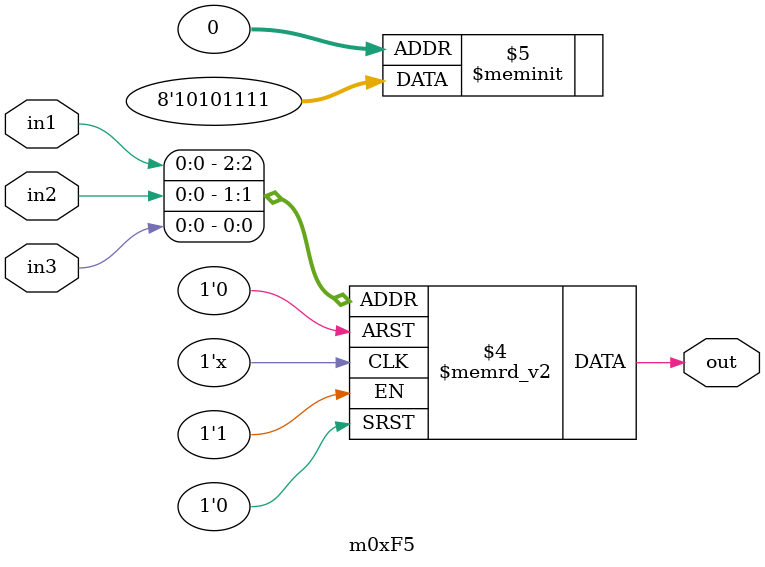
<source format=v>
module m0xF5(output out, input in1, in2, in3);

   always @(in1, in2, in3)
     begin
        case({in1, in2, in3})
          3'b000: {out} = 1'b1;
          3'b001: {out} = 1'b1;
          3'b010: {out} = 1'b1;
          3'b011: {out} = 1'b1;
          3'b100: {out} = 1'b0;
          3'b101: {out} = 1'b1;
          3'b110: {out} = 1'b0;
          3'b111: {out} = 1'b1;
        endcase // case ({in1, in2, in3})
     end // always @ (in1, in2, in3)

endmodule // m0xF5
</source>
